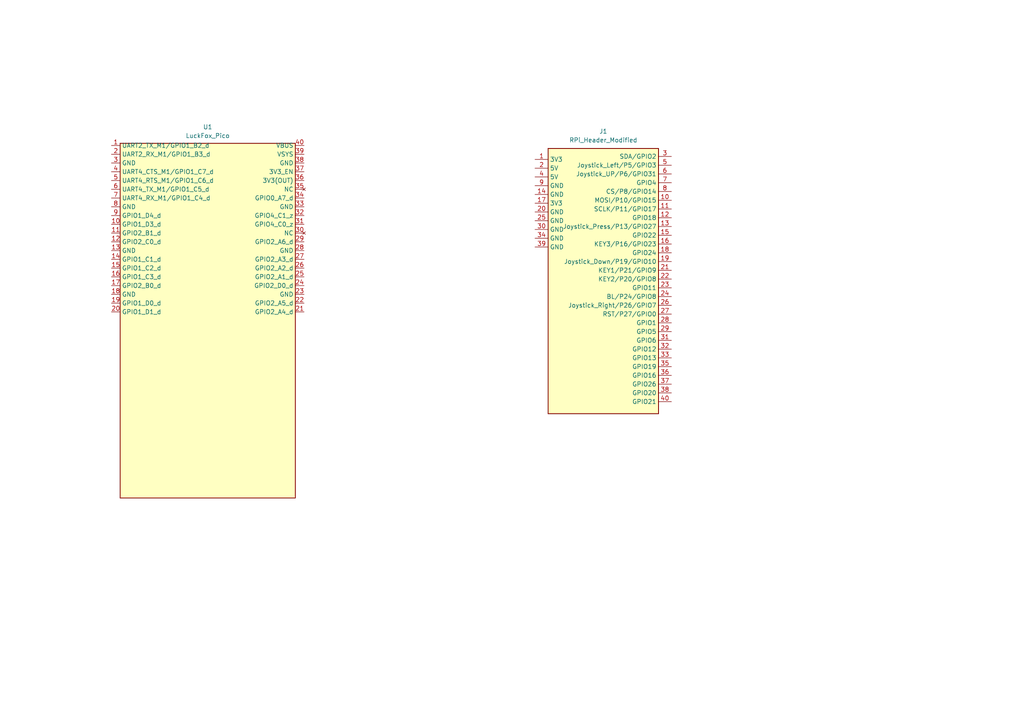
<source format=kicad_sch>
(kicad_sch (version 20230121) (generator eeschema)
  (paper "A4")
  (lib_symbols
    (symbol "luckfox-pico:LuckFox_Pico"
      (property "Reference" "U" (at 0 53.34 0))
      (property "Value" "LuckFox_Pico" (at 0 -53.34 0))
      (symbol "LuckFox_Pico_0_1"
        (rectangle (start -25.4 51.435) (end 25.4 -51.435) (stroke (width 0.254)) (fill (type background)))
      )
      (symbol "LuckFox_Pico_1_1"
        (pin bidirectional line (at -27.94 50.8 0) (length 2.54) (name "UART2_TX_M1/GPIO1_B2_d") (number "1"))
        (pin bidirectional line (at -27.94 27.94 0) (length 2.54) (name "GPIO1_D3_d") (number "10"))
        (pin bidirectional line (at -27.94 25.4 0) (length 2.54) (name "GPIO2_B1_d") (number "11"))
        (pin bidirectional line (at -27.94 22.86 0) (length 2.54) (name "GPIO2_C0_d") (number "12"))
        (pin power_in line (at -27.94 20.32 0) (length 2.54) (name "GND") (number "13"))
        (pin bidirectional line (at -27.94 17.78 0) (length 2.54) (name "GPIO1_C1_d") (number "14"))
        (pin bidirectional line (at -27.94 15.24 0) (length 2.54) (name "GPIO1_C2_d") (number "15"))
        (pin bidirectional line (at -27.94 12.7 0) (length 2.54) (name "GPIO1_C3_d") (number "16"))
        (pin bidirectional line (at -27.94 10.16 0) (length 2.54) (name "GPIO2_B0_d") (number "17"))
        (pin power_in line (at -27.94 7.62 0) (length 2.54) (name "GND") (number "18"))
        (pin bidirectional line (at -27.94 5.08 0) (length 2.54) (name "GPIO1_D0_d") (number "19"))
        (pin bidirectional line (at -27.94 48.26 0) (length 2.54) (name "UART2_RX_M1/GPIO1_B3_d") (number "2"))
        (pin bidirectional line (at -27.94 2.54 0) (length 2.54) (name "GPIO1_D1_d") (number "20"))
        (pin bidirectional line (at 27.94 2.54 180) (length 2.54) (name "GPIO2_A4_d") (number "21"))
        (pin bidirectional line (at 27.94 5.08 180) (length 2.54) (name "GPIO2_A5_d") (number "22"))
        (pin power_in line (at 27.94 7.62 180) (length 2.54) (name "GND") (number "23"))
        (pin bidirectional line (at 27.94 10.16 180) (length 2.54) (name "GPIO2_D0_d") (number "24"))
        (pin bidirectional line (at 27.94 12.7 180) (length 2.54) (name "GPIO2_A1_d") (number "25"))
        (pin bidirectional line (at 27.94 15.24 180) (length 2.54) (name "GPIO2_A2_d") (number "26"))
        (pin bidirectional line (at 27.94 17.78 180) (length 2.54) (name "GPIO2_A3_d") (number "27"))
        (pin power_in line (at 27.94 20.32 180) (length 2.54) (name "GND") (number "28"))
        (pin bidirectional line (at 27.94 22.86 180) (length 2.54) (name "GPIO2_A6_d") (number "29"))
        (pin power_in line (at -27.94 45.72 0) (length 2.54) (name "GND") (number "3"))
        (pin no_connect line (at 27.94 25.4 180) (length 2.54) (name "NC") (number "30"))
        (pin bidirectional line (at 27.94 27.94 180) (length 2.54) (name "GPIO4_C0_z") (number "31"))
        (pin bidirectional line (at 27.94 30.48 180) (length 2.54) (name "GPIO4_C1_z") (number "32"))
        (pin power_in line (at 27.94 33.02 180) (length 2.54) (name "GND") (number "33"))
        (pin bidirectional line (at 27.94 35.56 180) (length 2.54) (name "GPIO0_A7_d") (number "34"))
        (pin no_connect line (at 27.94 38.1 180) (length 2.54) (name "NC") (number "35"))
        (pin power_out line (at 27.94 40.64 180) (length 2.54) (name "3V3(OUT)") (number "36"))
        (pin power_in line (at 27.94 43.18 180) (length 2.54) (name "3V3_EN") (number "37"))
        (pin power_in line (at 27.94 45.72 180) (length 2.54) (name "GND") (number "38"))
        (pin power_in line (at 27.94 48.26 180) (length 2.54) (name "VSYS") (number "39"))
        (pin bidirectional line (at -27.94 43.18 0) (length 2.54) (name "UART4_CTS_M1/GPIO1_C7_d") (number "4"))
        (pin power_in line (at 27.94 50.8 180) (length 2.54) (name "VBUS") (number "40"))
        (pin bidirectional line (at -27.94 40.64 0) (length 2.54) (name "UART4_RTS_M1/GPIO1_C6_d") (number "5"))
        (pin bidirectional line (at -27.94 38.1 0) (length 2.54) (name "UART4_TX_M1/GPIO1_C5_d") (number "6"))
        (pin bidirectional line (at -27.94 35.56 0) (length 2.54) (name "UART4_RX_M1/GPIO1_C4_d") (number "7"))
        (pin power_in line (at -27.94 33.02 0) (length 2.54) (name "GND") (number "8"))
        (pin bidirectional line (at -27.94 30.48 0) (length 2.54) (name "GPIO1_D4_d") (number "9"))
      )
    )
    (symbol "luckfox-pico:RPi_Header_Modified"
      (property "Reference" "J" (at 1.27 53.34 0))
      (property "Value" "RPi_Header_Modified" (at 10.25 -29.25 0))
      (symbol "RPi_Header_Modified_0_1"
        (rectangle (start -1.27 51.435) (end 30.75 -25.5) (stroke (width 0.254)) (fill (type background)))
      )
      (symbol "RPi_Header_Modified_1_1"
        (pin power_in line (at -5.08 48.26 0) (length 3.81) (name "3V3") (number "1"))
        (pin bidirectional line (at 34.5 36.42 180) (length 3.81) (name "MOSI/P10/GPIO15") (number "10"))
        (pin bidirectional line (at 34.5 33.88 180) (length 3.81) (name "SCLK/P11/GPIO17") (number "11"))
        (pin bidirectional line (at 34.5 31.34 180) (length 3.81) (name "GPIO18") (number "12"))
        (pin bidirectional line (at 34.5 28.8 180) (length 3.81) (name "Joystick_Press/P13/GPIO27") (number "13"))
        (pin power_in line (at -5.08 38.1 0) (length 3.81) (name "GND") (number "14"))
        (pin bidirectional line (at 34.5 26.26 180) (length 3.81) (name "GPIO22") (number "15"))
        (pin bidirectional line (at 34.5 23.72 180) (length 3.81) (name "KEY3/P16/GPIO23") (number "16"))
        (pin power_in line (at -5.08 35.56 0) (length 3.81) (name "3V3") (number "17"))
        (pin bidirectional line (at 34.5 21.18 180) (length 3.81) (name "GPIO24") (number "18"))
        (pin bidirectional line (at 34.5 18.64 180) (length 3.81) (name "Joystick_Down/P19/GPIO10") (number "19"))
        (pin power_in line (at -5.08 45.72 0) (length 3.81) (name "5V") (number "2"))
        (pin power_in line (at -5.08 33.02 0) (length 3.81) (name "GND") (number "20"))
        (pin bidirectional line (at 34.5 16.1 180) (length 3.81) (name "KEY1/P21/GPIO9") (number "21"))
        (pin bidirectional line (at 34.5 13.56 180) (length 3.81) (name "KEY2/P20/GPIO8") (number "22"))
        (pin bidirectional line (at 34.5 11.02 180) (length 3.81) (name "GPIO11") (number "23"))
        (pin bidirectional line (at 34.5 8.48 180) (length 3.81) (name "BL/P24/GPIO8") (number "24"))
        (pin power_in line (at -5.08 30.48 0) (length 3.81) (name "GND") (number "25"))
        (pin bidirectional line (at 34.5 5.94 180) (length 3.81) (name "Joystick_Right/P26/GPIO7") (number "26"))
        (pin bidirectional line (at 34.5 3.4 180) (length 3.81) (name "RST/P27/GPIO0") (number "27"))
        (pin bidirectional line (at 34.5 0.86 180) (length 3.81) (name "GPIO1") (number "28"))
        (pin bidirectional line (at 34.5 -1.68 180) (length 3.81) (name "GPIO5") (number "29"))
        (pin bidirectional line (at 34.5 49.12 180) (length 3.81) (name "SDA/GPIO2") (number "3"))
        (pin power_in line (at -5.08 27.94 0) (length 3.81) (name "GND") (number "30"))
        (pin bidirectional line (at 34.5 -4.22 180) (length 3.81) (name "GPIO6") (number "31"))
        (pin bidirectional line (at 34.5 -6.76 180) (length 3.81) (name "GPIO12") (number "32"))
        (pin bidirectional line (at 34.5 -9.3 180) (length 3.81) (name "GPIO13") (number "33"))
        (pin power_in line (at -5.08 25.4 0) (length 3.81) (name "GND") (number "34"))
        (pin bidirectional line (at 34.5 -11.84 180) (length 3.81) (name "GPIO19") (number "35"))
        (pin bidirectional line (at 34.5 -14.38 180) (length 3.81) (name "GPIO16") (number "36"))
        (pin bidirectional line (at 34.5 -16.92 180) (length 3.81) (name "GPIO26") (number "37"))
        (pin bidirectional line (at 34.5 -19.46 180) (length 3.81) (name "GPIO20") (number "38"))
        (pin power_in line (at -5.08 22.86 0) (length 3.81) (name "GND") (number "39"))
        (pin power_in line (at -5.08 43.18 0) (length 3.81) (name "5V") (number "4"))
        (pin bidirectional line (at 34.5 -22 180) (length 3.81) (name "GPIO21") (number "40"))
        (pin bidirectional line (at 34.5 46.58 180) (length 3.81) (name "Joystick_Left/P5/GPIO3") (number "5"))
        (pin bidirectional line (at 34.5 44.04 180) (length 3.81) (name "Joystick_UP/P6/GPIO31") (number "6"))
        (pin bidirectional line (at 34.5 41.5 180) (length 3.81) (name "GPIO4") (number "7"))
        (pin bidirectional line (at 34.5 38.96 180) (length 3.81) (name "CS/P8/GPIO14") (number "8"))
        (pin power_in line (at -5.08 40.64 0) (length 3.81) (name "GND") (number "9"))
      )
    )
  )
  (symbol (lib_id "luckfox-pico:LuckFox_Pico") (at 60.25 93 0) (unit 1)
    (property "Reference" "U1" (at 60.25 36.83 0))
    (property "Value" "LuckFox_Pico" (at 60.25 39.37 0))
  )
  (symbol (lib_id "luckfox-pico:RPi_Header_Modified") (at 160.25 94.5 0) (unit 1)
    (property "Reference" "J1" (at 174.99 38.1 0))
    (property "Value" "RPi_Header_Modified" (at 174.99 40.64 0))
    (property "Footprint" "seedsigner:WAVESHARE_LCD_BUTTON" (effects hide))
    (property "Datasheet" "https://www.raspberrypi.org/documentation/hardware/raspberrypi/schematics/rpi_SCH_4b_4p0_reduced.pdf" (effects hide))
  )
)
</source>
